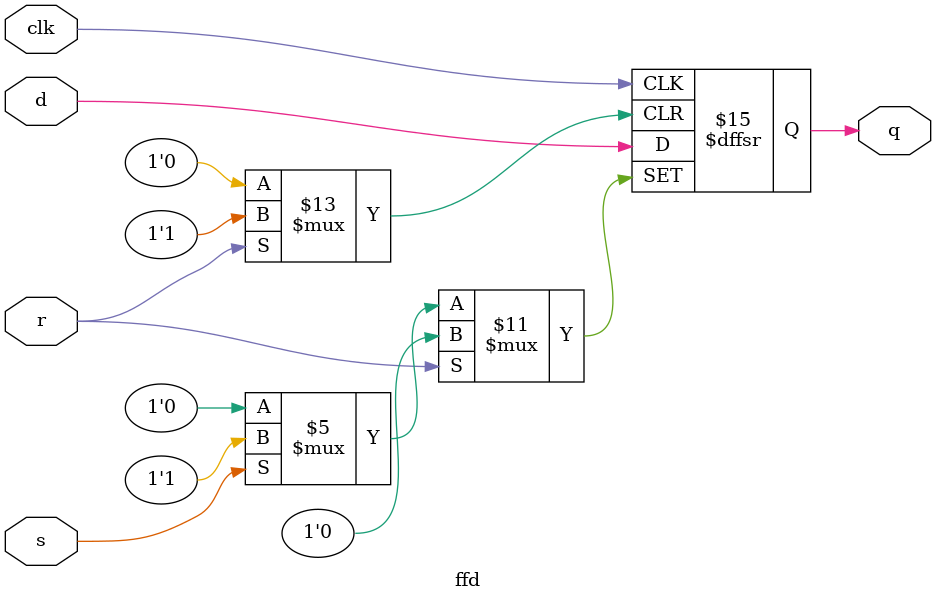
<source format=v>
module ffd(
	input clk, d, r, s,
	output reg q
);

	initial begin
		q = 1'b0;
	end

	always @ (posedge clk, posedge r, posedge s) begin
		if (r) q <= 1'b0;
		else if (s) q <= 1'b1;
		else q <= d;
	end

endmodule
// vim: tabstop=2 shiftwidth=2 autoindent noexpandtab

</source>
